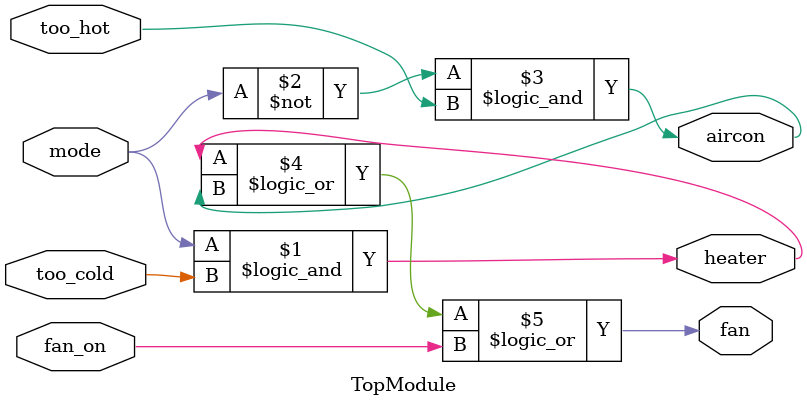
<source format=sv>

module TopModule (
  input mode,
  input too_cold,
  input too_hot,
  input fan_on,
  output heater,
  output aircon,
  output fan
);
assign heater = mode && too_cold;
assign aircon = (~mode) && too_hot;
assign fan = heater || aircon || fan_on;
endmodule

</source>
